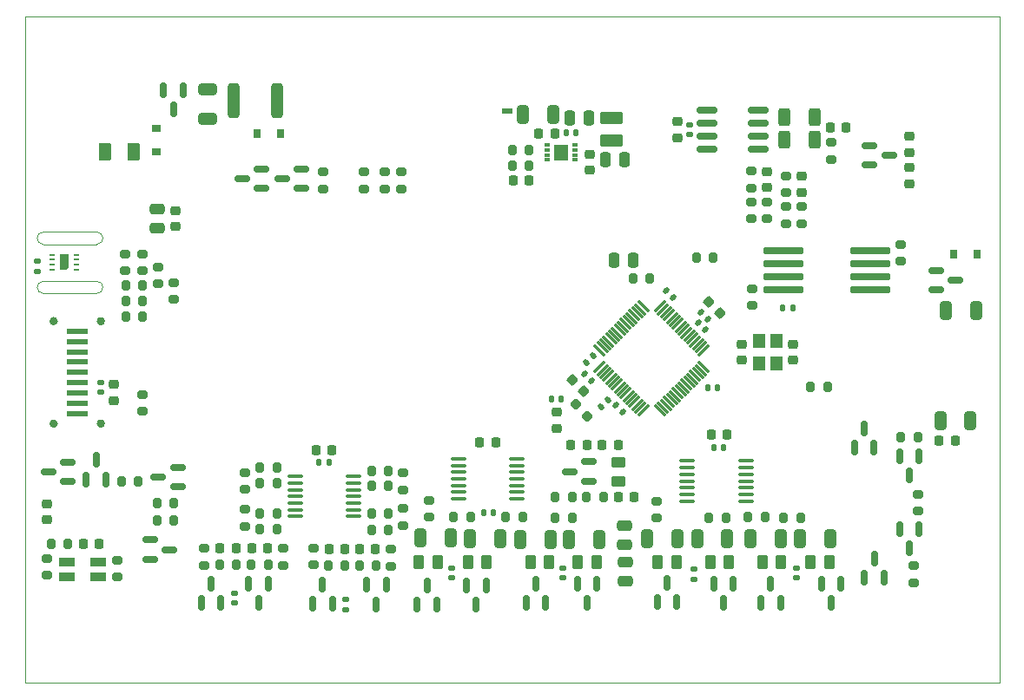
<source format=gbr>
%TF.GenerationSoftware,KiCad,Pcbnew,6.0.7-f9a2dced07~116~ubuntu20.04.1*%
%TF.CreationDate,2022-09-20T15:31:05-04:00*%
%TF.ProjectId,CAN-Acquisition-Module,43414e2d-4163-4717-9569-736974696f6e,rev?*%
%TF.SameCoordinates,Original*%
%TF.FileFunction,Paste,Top*%
%TF.FilePolarity,Positive*%
%FSLAX46Y46*%
G04 Gerber Fmt 4.6, Leading zero omitted, Abs format (unit mm)*
G04 Created by KiCad (PCBNEW 6.0.7-f9a2dced07~116~ubuntu20.04.1) date 2022-09-20 15:31:05*
%MOMM*%
%LPD*%
G01*
G04 APERTURE LIST*
G04 Aperture macros list*
%AMRoundRect*
0 Rectangle with rounded corners*
0 $1 Rounding radius*
0 $2 $3 $4 $5 $6 $7 $8 $9 X,Y pos of 4 corners*
0 Add a 4 corners polygon primitive as box body*
4,1,4,$2,$3,$4,$5,$6,$7,$8,$9,$2,$3,0*
0 Add four circle primitives for the rounded corners*
1,1,$1+$1,$2,$3*
1,1,$1+$1,$4,$5*
1,1,$1+$1,$6,$7*
1,1,$1+$1,$8,$9*
0 Add four rect primitives between the rounded corners*
20,1,$1+$1,$2,$3,$4,$5,0*
20,1,$1+$1,$4,$5,$6,$7,0*
20,1,$1+$1,$6,$7,$8,$9,0*
20,1,$1+$1,$8,$9,$2,$3,0*%
%AMFreePoly0*
4,1,6,0.450000,-0.800000,-0.450000,-0.800000,-0.450000,0.530000,-0.180000,0.800000,0.450000,0.800000,0.450000,-0.800000,0.450000,-0.800000,$1*%
G04 Aperture macros list end*
%TA.AperFunction,Profile*%
%ADD10C,0.100000*%
%TD*%
%ADD11C,0.400000*%
%ADD12RoundRect,0.250000X-0.325000X-0.650000X0.325000X-0.650000X0.325000X0.650000X-0.325000X0.650000X0*%
%ADD13RoundRect,0.200000X0.275000X-0.200000X0.275000X0.200000X-0.275000X0.200000X-0.275000X-0.200000X0*%
%ADD14RoundRect,0.200000X-0.200000X-0.275000X0.200000X-0.275000X0.200000X0.275000X-0.200000X0.275000X0*%
%ADD15RoundRect,0.140000X-0.140000X-0.170000X0.140000X-0.170000X0.140000X0.170000X-0.140000X0.170000X0*%
%ADD16RoundRect,0.200000X-0.275000X0.200000X-0.275000X-0.200000X0.275000X-0.200000X0.275000X0.200000X0*%
%ADD17RoundRect,0.200000X0.200000X0.275000X-0.200000X0.275000X-0.200000X-0.275000X0.200000X-0.275000X0*%
%ADD18RoundRect,0.140000X0.170000X-0.140000X0.170000X0.140000X-0.170000X0.140000X-0.170000X-0.140000X0*%
%ADD19RoundRect,0.140000X0.140000X0.170000X-0.140000X0.170000X-0.140000X-0.170000X0.140000X-0.170000X0*%
%ADD20RoundRect,0.150000X0.150000X-0.587500X0.150000X0.587500X-0.150000X0.587500X-0.150000X-0.587500X0*%
%ADD21RoundRect,0.225000X-0.225000X-0.250000X0.225000X-0.250000X0.225000X0.250000X-0.225000X0.250000X0*%
%ADD22RoundRect,0.250000X-0.312500X-0.625000X0.312500X-0.625000X0.312500X0.625000X-0.312500X0.625000X0*%
%ADD23RoundRect,0.150000X-0.150000X0.587500X-0.150000X-0.587500X0.150000X-0.587500X0.150000X0.587500X0*%
%ADD24RoundRect,0.150000X0.587500X0.150000X-0.587500X0.150000X-0.587500X-0.150000X0.587500X-0.150000X0*%
%ADD25RoundRect,0.250000X0.250000X0.475000X-0.250000X0.475000X-0.250000X-0.475000X0.250000X-0.475000X0*%
%ADD26RoundRect,0.225000X0.225000X0.250000X-0.225000X0.250000X-0.225000X-0.250000X0.225000X-0.250000X0*%
%ADD27RoundRect,0.250000X0.375000X0.625000X-0.375000X0.625000X-0.375000X-0.625000X0.375000X-0.625000X0*%
%ADD28RoundRect,0.225000X0.250000X-0.225000X0.250000X0.225000X-0.250000X0.225000X-0.250000X-0.225000X0*%
%ADD29RoundRect,0.250000X0.325000X0.650000X-0.325000X0.650000X-0.325000X-0.650000X0.325000X-0.650000X0*%
%ADD30RoundRect,0.250000X-0.475000X0.250000X-0.475000X-0.250000X0.475000X-0.250000X0.475000X0.250000X0*%
%ADD31R,0.900000X0.800000*%
%ADD32RoundRect,0.225000X-0.250000X0.225000X-0.250000X-0.225000X0.250000X-0.225000X0.250000X0.225000X0*%
%ADD33R,0.550000X0.300000*%
%ADD34R,1.400000X1.600000*%
%ADD35RoundRect,0.218750X-0.335876X-0.026517X-0.026517X-0.335876X0.335876X0.026517X0.026517X0.335876X0*%
%ADD36RoundRect,0.150000X-0.587500X-0.150000X0.587500X-0.150000X0.587500X0.150000X-0.587500X0.150000X0*%
%ADD37RoundRect,0.140000X-0.021213X0.219203X-0.219203X0.021213X0.021213X-0.219203X0.219203X-0.021213X0*%
%ADD38RoundRect,0.218750X0.256250X-0.218750X0.256250X0.218750X-0.256250X0.218750X-0.256250X-0.218750X0*%
%ADD39RoundRect,0.250000X0.475000X-0.250000X0.475000X0.250000X-0.475000X0.250000X-0.475000X-0.250000X0*%
%ADD40RoundRect,0.140000X-0.219203X-0.021213X-0.021213X-0.219203X0.219203X0.021213X0.021213X0.219203X0*%
%ADD41R,1.500000X0.900000*%
%ADD42RoundRect,0.100000X0.637500X0.100000X-0.637500X0.100000X-0.637500X-0.100000X0.637500X-0.100000X0*%
%ADD43RoundRect,0.250000X0.450000X-0.262500X0.450000X0.262500X-0.450000X0.262500X-0.450000X-0.262500X0*%
%ADD44RoundRect,0.250000X-0.262500X-0.450000X0.262500X-0.450000X0.262500X0.450000X-0.262500X0.450000X0*%
%ADD45RoundRect,0.225000X-0.335876X-0.017678X-0.017678X-0.335876X0.335876X0.017678X0.017678X0.335876X0*%
%ADD46RoundRect,0.150000X-0.825000X-0.150000X0.825000X-0.150000X0.825000X0.150000X-0.825000X0.150000X0*%
%ADD47RoundRect,0.250000X0.850000X-0.375000X0.850000X0.375000X-0.850000X0.375000X-0.850000X-0.375000X0*%
%ADD48RoundRect,0.218750X-0.218750X-0.256250X0.218750X-0.256250X0.218750X0.256250X-0.218750X0.256250X0*%
%ADD49RoundRect,0.250000X-0.650000X0.325000X-0.650000X-0.325000X0.650000X-0.325000X0.650000X0.325000X0*%
%ADD50RoundRect,0.150000X1.837500X0.150000X-1.837500X0.150000X-1.837500X-0.150000X1.837500X-0.150000X0*%
%ADD51RoundRect,0.250000X0.262500X0.450000X-0.262500X0.450000X-0.262500X-0.450000X0.262500X-0.450000X0*%
%ADD52R,2.000000X0.500000*%
%ADD53R,0.500000X0.500000*%
%ADD54RoundRect,0.140000X-0.170000X0.140000X-0.170000X-0.140000X0.170000X-0.140000X0.170000X0.140000X0*%
%ADD55FreePoly0,180.000000*%
%ADD56R,0.550000X0.250000*%
%ADD57RoundRect,0.250000X-0.312500X-1.450000X0.312500X-1.450000X0.312500X1.450000X-0.312500X1.450000X0*%
%ADD58R,0.800000X0.900000*%
%ADD59R,1.200000X1.400000*%
%ADD60RoundRect,0.218750X-0.256250X0.218750X-0.256250X-0.218750X0.256250X-0.218750X0.256250X0.218750X0*%
%ADD61RoundRect,0.140000X0.219203X0.021213X0.021213X0.219203X-0.219203X-0.021213X-0.021213X-0.219203X0*%
%ADD62RoundRect,0.062500X0.530330X-0.441942X-0.441942X0.530330X-0.530330X0.441942X0.441942X-0.530330X0*%
%ADD63RoundRect,0.062500X0.530330X0.441942X0.441942X0.530330X-0.530330X-0.441942X-0.441942X-0.530330X0*%
G04 APERTURE END LIST*
D10*
X27000000Y-52000000D02*
X21800000Y-52000000D01*
X21800000Y-50800000D02*
G75*
G03*
X21800000Y-52000000I0J-600000D01*
G01*
X20000000Y-90000000D02*
X115000000Y-90000000D01*
X115000000Y-90000000D02*
X115000000Y-25000000D01*
X115000000Y-25000000D02*
X20000000Y-25000000D01*
X20000000Y-25000000D02*
X20000000Y-90000000D01*
X21800000Y-46000000D02*
G75*
G03*
X21800000Y-47200000I0J-600000D01*
G01*
X21800000Y-46000000D02*
X27000000Y-46000000D01*
X27000000Y-47200000D02*
X21800000Y-47200000D01*
X27000000Y-52000000D02*
G75*
G03*
X27000000Y-50800000I0J600000D01*
G01*
X21800000Y-50800000D02*
X27000000Y-50800000D01*
X27000000Y-47200000D02*
G75*
G03*
X27000000Y-46000000I0J600000D01*
G01*
%TO.C,U10*%
D11*
X23000000Y-64700000D02*
G75*
G03*
X23000000Y-64700000I-200000J0D01*
G01*
X23000000Y-54700000D02*
G75*
G03*
X23000000Y-54700000I-200000J0D01*
G01*
X27600000Y-54700000D02*
G75*
G03*
X27600000Y-54700000I-200000J0D01*
G01*
X27600000Y-64700000D02*
G75*
G03*
X27600000Y-64700000I-200000J0D01*
G01*
%TD*%
D12*
%TO.C,C46*%
X90737500Y-75900000D03*
X93687500Y-75900000D03*
%TD*%
D13*
%TO.C,R50*%
X32954000Y-51051000D03*
X32954000Y-49401000D03*
%TD*%
D12*
%TO.C,C68*%
X58575000Y-75848400D03*
X61525000Y-75848400D03*
%TD*%
D14*
%TO.C,R78*%
X61775000Y-73800000D03*
X63425000Y-73800000D03*
%TD*%
D15*
%TO.C,C17*%
X71330000Y-62310000D03*
X72290000Y-62310000D03*
%TD*%
D16*
%TO.C,R62*%
X41450000Y-69475000D03*
X41450000Y-71125000D03*
%TD*%
D14*
%TO.C,R34*%
X93975000Y-73900000D03*
X95625000Y-73900000D03*
%TD*%
D17*
%TO.C,R71*%
X55425000Y-75100000D03*
X53775000Y-75100000D03*
%TD*%
D18*
%TO.C,C54*%
X61600000Y-79780000D03*
X61600000Y-78820000D03*
%TD*%
D17*
%TO.C,R16*%
X80910000Y-50500000D03*
X79260000Y-50500000D03*
%TD*%
D19*
%TO.C,C62*%
X65680000Y-73350000D03*
X64720000Y-73350000D03*
%TD*%
D13*
%TO.C,R13*%
X90900000Y-53175000D03*
X90900000Y-51525000D03*
%TD*%
D16*
%TO.C,R80*%
X59400000Y-72175000D03*
X59400000Y-73825000D03*
%TD*%
D20*
%TO.C,D28*%
X58250000Y-82337500D03*
X60150000Y-82337500D03*
X59200000Y-80462500D03*
%TD*%
D14*
%TO.C,R58*%
X49565000Y-78555000D03*
X51215000Y-78555000D03*
%TD*%
D16*
%TO.C,R5*%
X106600000Y-78575000D03*
X106600000Y-80225000D03*
%TD*%
D18*
%TO.C,C53*%
X95212500Y-79780000D03*
X95212500Y-78820000D03*
%TD*%
D21*
%TO.C,C5*%
X109125000Y-66400000D03*
X110675000Y-66400000D03*
%TD*%
D22*
%TO.C,R17*%
X94037500Y-37000000D03*
X96962500Y-37000000D03*
%TD*%
D23*
%TO.C,D16*%
X89050000Y-80362500D03*
X87150000Y-80362500D03*
X88100000Y-82237500D03*
%TD*%
D24*
%TO.C,D19*%
X43035500Y-41750000D03*
X43035500Y-39850000D03*
X41160500Y-40800000D03*
%TD*%
D17*
%TO.C,R15*%
X87125000Y-48500000D03*
X85475000Y-48500000D03*
%TD*%
D25*
%TO.C,C12*%
X75000000Y-34850000D03*
X73100000Y-34850000D03*
%TD*%
D16*
%TO.C,R61*%
X56850000Y-69525000D03*
X56850000Y-71175000D03*
%TD*%
D26*
%TO.C,C19*%
X74775000Y-66800000D03*
X73225000Y-66800000D03*
%TD*%
D24*
%TO.C,D20*%
X46972500Y-41750000D03*
X46972500Y-39850000D03*
X45097500Y-40800000D03*
%TD*%
D27*
%TO.C,F1*%
X30630000Y-38134000D03*
X27830000Y-38134000D03*
%TD*%
D23*
%TO.C,D25*%
X75750000Y-80362500D03*
X73850000Y-80362500D03*
X74800000Y-82237500D03*
%TD*%
D28*
%TO.C,C36*%
X83600000Y-36775000D03*
X83600000Y-35225000D03*
%TD*%
D29*
%TO.C,C66*%
X66325000Y-75950000D03*
X63375000Y-75950000D03*
%TD*%
D25*
%TO.C,C13*%
X78450000Y-38910000D03*
X76550000Y-38910000D03*
%TD*%
D26*
%TO.C,C55*%
X54185000Y-76985000D03*
X52635000Y-76985000D03*
%TD*%
D28*
%TO.C,C39*%
X95700000Y-42125000D03*
X95700000Y-40575000D03*
%TD*%
D18*
%TO.C,C63*%
X72400000Y-79780000D03*
X72400000Y-78820000D03*
%TD*%
D21*
%TO.C,C58*%
X39025000Y-76900000D03*
X40575000Y-76900000D03*
%TD*%
D15*
%TO.C,C20*%
X86550000Y-61160000D03*
X87510000Y-61160000D03*
%TD*%
D30*
%TO.C,C1*%
X78450000Y-74650000D03*
X78450000Y-76550000D03*
%TD*%
D31*
%TO.C,D1*%
X32780000Y-35884000D03*
X32780000Y-38184000D03*
%TD*%
D32*
%TO.C,C59*%
X28636000Y-60881000D03*
X28636000Y-62431000D03*
%TD*%
D28*
%TO.C,C38*%
X92300000Y-41650000D03*
X92300000Y-40100000D03*
%TD*%
D24*
%TO.C,D11*%
X24175000Y-70350000D03*
X24175000Y-68450000D03*
X22300000Y-69400000D03*
%TD*%
D16*
%TO.C,R14*%
X105400000Y-47225000D03*
X105400000Y-48875000D03*
%TD*%
D33*
%TO.C,U2*%
X70872500Y-37470000D03*
X70872500Y-37970000D03*
X70872500Y-38470000D03*
X70872500Y-38970000D03*
X73622500Y-38970000D03*
X73622500Y-38470000D03*
X73622500Y-37970000D03*
X73622500Y-37470000D03*
D34*
X72247500Y-38220000D03*
%TD*%
D18*
%TO.C,C43*%
X51250000Y-82855000D03*
X51250000Y-81895000D03*
%TD*%
D35*
%TO.C,L5*%
X73693153Y-62843153D03*
X74806847Y-63956847D03*
%TD*%
D20*
%TO.C,D23*%
X48060000Y-82302500D03*
X49960000Y-82302500D03*
X49010000Y-80427500D03*
%TD*%
D36*
%TO.C,D14*%
X32187250Y-76055250D03*
X32187250Y-77955250D03*
X34062250Y-77005250D03*
%TD*%
D23*
%TO.C,D3*%
X35429000Y-32170500D03*
X33529000Y-32170500D03*
X34479000Y-34045500D03*
%TD*%
D20*
%TO.C,D18*%
X81650000Y-82137500D03*
X83550000Y-82137500D03*
X82600000Y-80262500D03*
%TD*%
D14*
%TO.C,R81*%
X66875000Y-73822600D03*
X68525000Y-73822600D03*
%TD*%
D37*
%TO.C,C21*%
X76839411Y-62360589D03*
X76160589Y-63039411D03*
%TD*%
D18*
%TO.C,C64*%
X85200000Y-79880000D03*
X85200000Y-78920000D03*
%TD*%
D21*
%TO.C,C33*%
X98525000Y-35800000D03*
X100075000Y-35800000D03*
%TD*%
D16*
%TO.C,R51*%
X34478000Y-50925000D03*
X34478000Y-52575000D03*
%TD*%
D13*
%TO.C,R60*%
X56850000Y-74625000D03*
X56850000Y-72975000D03*
%TD*%
%TO.C,R52*%
X48110000Y-78470000D03*
X48110000Y-76820000D03*
%TD*%
D38*
%TO.C,L6*%
X22185000Y-74107500D03*
X22185000Y-72532500D03*
%TD*%
D23*
%TO.C,D5*%
X107150000Y-67862500D03*
X105250000Y-67862500D03*
X106200000Y-69737500D03*
%TD*%
D17*
%TO.C,R68*%
X55425000Y-69300000D03*
X53775000Y-69300000D03*
%TD*%
D14*
%TO.C,R10*%
X22530000Y-76400000D03*
X24180000Y-76400000D03*
%TD*%
D19*
%TO.C,C41*%
X88130000Y-67000000D03*
X87170000Y-67000000D03*
%TD*%
D28*
%TO.C,C34*%
X106250000Y-41275000D03*
X106250000Y-39725000D03*
%TD*%
D39*
%TO.C,C2*%
X78500000Y-80100000D03*
X78500000Y-78200000D03*
%TD*%
D24*
%TO.C,D12*%
X34897500Y-70850000D03*
X34897500Y-68950000D03*
X33022500Y-69900000D03*
%TD*%
D14*
%TO.C,R26*%
X29412500Y-70330000D03*
X31062500Y-70330000D03*
%TD*%
D18*
%TO.C,C37*%
X84800000Y-36480000D03*
X84800000Y-35520000D03*
%TD*%
D14*
%TO.C,R65*%
X53775000Y-70800000D03*
X55425000Y-70800000D03*
%TD*%
D40*
%TO.C,C25*%
X74560589Y-59860589D03*
X75239411Y-60539411D03*
%TD*%
D28*
%TO.C,C9*%
X75050000Y-39975000D03*
X75050000Y-38425000D03*
%TD*%
D23*
%TO.C,D26*%
X64950000Y-80462500D03*
X63050000Y-80462500D03*
X64000000Y-82337500D03*
%TD*%
D16*
%TO.C,R25*%
X95700000Y-43545000D03*
X95700000Y-45195000D03*
%TD*%
D24*
%TO.C,U1*%
X74957500Y-70330000D03*
X74957500Y-68430000D03*
X73082500Y-69380000D03*
%TD*%
D16*
%TO.C,R40*%
X53020000Y-40130000D03*
X53020000Y-41780000D03*
%TD*%
D41*
%TO.C,D7*%
X27150000Y-78240000D03*
X27150000Y-79640000D03*
X24050000Y-78240000D03*
X24050000Y-79640000D03*
%TD*%
D42*
%TO.C,U11*%
X67962500Y-72050000D03*
X67962500Y-71400000D03*
X67962500Y-70750000D03*
X67962500Y-70100000D03*
X67962500Y-69450000D03*
X67962500Y-68800000D03*
X67962500Y-68150000D03*
X62237500Y-68150000D03*
X62237500Y-68800000D03*
X62237500Y-69450000D03*
X62237500Y-70100000D03*
X62237500Y-70750000D03*
X62237500Y-71400000D03*
X62237500Y-72050000D03*
%TD*%
D21*
%TO.C,C8*%
X70085000Y-36400000D03*
X71635000Y-36400000D03*
%TD*%
D16*
%TO.C,R6*%
X107100000Y-71575000D03*
X107100000Y-73225000D03*
%TD*%
D43*
%TO.C,R1*%
X77850000Y-70312500D03*
X77850000Y-68487500D03*
%TD*%
D32*
%TO.C,C35*%
X106250000Y-36675000D03*
X106250000Y-38225000D03*
%TD*%
D44*
%TO.C,R75*%
X63187500Y-78251600D03*
X65012500Y-78251600D03*
%TD*%
D42*
%TO.C,U6*%
X90262500Y-72250000D03*
X90262500Y-71600000D03*
X90262500Y-70950000D03*
X90262500Y-70300000D03*
X90262500Y-69650000D03*
X90262500Y-69000000D03*
X90262500Y-68350000D03*
X84537500Y-68350000D03*
X84537500Y-69000000D03*
X84537500Y-69650000D03*
X84537500Y-70300000D03*
X84537500Y-70950000D03*
X84537500Y-71600000D03*
X84537500Y-72250000D03*
%TD*%
D30*
%TO.C,C48*%
X32900000Y-43750000D03*
X32900000Y-45650000D03*
%TD*%
D44*
%TO.C,R74*%
X73887500Y-78200000D03*
X75712500Y-78200000D03*
%TD*%
D14*
%TO.C,R7*%
X96575000Y-61100000D03*
X98225000Y-61100000D03*
%TD*%
D45*
%TO.C,C23*%
X73401992Y-60401992D03*
X74498008Y-61498008D03*
%TD*%
D19*
%TO.C,C14*%
X73730000Y-36300000D03*
X72770000Y-36300000D03*
%TD*%
D36*
%TO.C,D10*%
X102362500Y-37550000D03*
X102362500Y-39450000D03*
X104237500Y-38500000D03*
%TD*%
D46*
%TO.C,U5*%
X86525000Y-34095000D03*
X86525000Y-35365000D03*
X86525000Y-36635000D03*
X86525000Y-37905000D03*
X91475000Y-37905000D03*
X91475000Y-36635000D03*
X91475000Y-35365000D03*
X91475000Y-34095000D03*
%TD*%
D13*
%TO.C,R63*%
X41450000Y-74725000D03*
X41450000Y-73075000D03*
%TD*%
D14*
%TO.C,R70*%
X42925000Y-75000000D03*
X44575000Y-75000000D03*
%TD*%
D16*
%TO.C,R22*%
X92300000Y-43050000D03*
X92300000Y-44700000D03*
%TD*%
D29*
%TO.C,C45*%
X88475000Y-75950000D03*
X85525000Y-75950000D03*
%TD*%
D47*
%TO.C,L3*%
X77180000Y-37035000D03*
X77180000Y-34885000D03*
%TD*%
D48*
%TO.C,L1*%
X76262500Y-66800000D03*
X77837500Y-66800000D03*
%TD*%
D49*
%TO.C,C3*%
X37779000Y-32033000D03*
X37779000Y-34983000D03*
%TD*%
D40*
%TO.C,C26*%
X77635589Y-62885589D03*
X78314411Y-63564411D03*
%TD*%
D50*
%TO.C,U4*%
X102387500Y-51605000D03*
X102387500Y-50335000D03*
X102387500Y-49065000D03*
X102387500Y-47795000D03*
X93912500Y-47795000D03*
X93912500Y-49065000D03*
X93912500Y-50335000D03*
X93912500Y-51605000D03*
%TD*%
D12*
%TO.C,C47*%
X80625000Y-75950000D03*
X83575000Y-75950000D03*
%TD*%
D51*
%TO.C,R32*%
X83512500Y-78200000D03*
X81687500Y-78200000D03*
%TD*%
D16*
%TO.C,R35*%
X81600000Y-72275000D03*
X81600000Y-73925000D03*
%TD*%
D52*
%TO.C,U10*%
X25100000Y-55700000D03*
X25100000Y-56700000D03*
X25100000Y-57700000D03*
X25100000Y-58700000D03*
X25100000Y-59700000D03*
X25100000Y-60700000D03*
X25100000Y-61700000D03*
X25100000Y-62700000D03*
X25100000Y-63700000D03*
%TD*%
D17*
%TO.C,R2*%
X76400000Y-71900000D03*
X74750000Y-71900000D03*
%TD*%
D44*
%TO.C,R29*%
X96600000Y-78200000D03*
X98425000Y-78200000D03*
%TD*%
D17*
%TO.C,R3*%
X73325000Y-71900000D03*
X71675000Y-71900000D03*
%TD*%
%TO.C,R36*%
X92137500Y-73850000D03*
X90487500Y-73850000D03*
%TD*%
D14*
%TO.C,R33*%
X86675000Y-73900000D03*
X88325000Y-73900000D03*
%TD*%
D32*
%TO.C,C30*%
X89900000Y-56925000D03*
X89900000Y-58475000D03*
%TD*%
D14*
%TO.C,R27*%
X32860000Y-74120000D03*
X34510000Y-74120000D03*
%TD*%
%TO.C,R79*%
X71675000Y-73900000D03*
X73325000Y-73900000D03*
%TD*%
D20*
%TO.C,D24*%
X37180000Y-82212500D03*
X39080000Y-82212500D03*
X38130000Y-80337500D03*
%TD*%
D13*
%TO.C,R45*%
X29779000Y-49781000D03*
X29779000Y-48131000D03*
%TD*%
%TO.C,R44*%
X31430000Y-49781000D03*
X31430000Y-48131000D03*
%TD*%
D17*
%TO.C,R37*%
X31493000Y-52766000D03*
X29843000Y-52766000D03*
%TD*%
%TO.C,R66*%
X44575000Y-70550000D03*
X42925000Y-70550000D03*
%TD*%
D42*
%TO.C,U9*%
X52042500Y-73750000D03*
X52042500Y-73100000D03*
X52042500Y-72450000D03*
X52042500Y-71800000D03*
X52042500Y-71150000D03*
X52042500Y-70500000D03*
X52042500Y-69850000D03*
X46317500Y-69850000D03*
X46317500Y-70500000D03*
X46317500Y-71150000D03*
X46317500Y-71800000D03*
X46317500Y-72450000D03*
X46317500Y-73100000D03*
X46317500Y-73750000D03*
%TD*%
D23*
%TO.C,D15*%
X99562500Y-80362500D03*
X97662500Y-80362500D03*
X98612500Y-82237500D03*
%TD*%
D13*
%TO.C,R19*%
X90780000Y-44700000D03*
X90780000Y-43050000D03*
%TD*%
D53*
%TO.C,NT1*%
X66790000Y-34200000D03*
X67290000Y-34200000D03*
%TD*%
D54*
%TO.C,C50*%
X21200000Y-48857000D03*
X21200000Y-49817000D03*
%TD*%
D29*
%TO.C,C10*%
X112700000Y-53700000D03*
X109750000Y-53700000D03*
%TD*%
D40*
%TO.C,C28*%
X85910589Y-53810589D03*
X86589411Y-54489411D03*
%TD*%
D14*
%TO.C,R64*%
X53775000Y-73500000D03*
X55425000Y-73500000D03*
%TD*%
D23*
%TO.C,D4*%
X107150000Y-74962500D03*
X105250000Y-74962500D03*
X106200000Y-76837500D03*
%TD*%
D17*
%TO.C,R67*%
X44575000Y-73450000D03*
X42925000Y-73450000D03*
%TD*%
D37*
%TO.C,C22*%
X75389411Y-58060589D03*
X74710589Y-58739411D03*
%TD*%
D26*
%TO.C,C61*%
X65875000Y-66550000D03*
X64325000Y-66550000D03*
%TD*%
D29*
%TO.C,C65*%
X75975000Y-75990000D03*
X73025000Y-75990000D03*
%TD*%
D14*
%TO.C,R69*%
X42925000Y-69000000D03*
X44575000Y-69000000D03*
%TD*%
D17*
%TO.C,R57*%
X43725000Y-78450000D03*
X42075000Y-78450000D03*
%TD*%
D13*
%TO.C,R72*%
X31430000Y-63497000D03*
X31430000Y-61847000D03*
%TD*%
D26*
%TO.C,C51*%
X49945000Y-67300000D03*
X48395000Y-67300000D03*
%TD*%
D55*
%TO.C,U8*%
X23810000Y-48956000D03*
D56*
X24985000Y-49706000D03*
X24985000Y-49206000D03*
X24985000Y-48706000D03*
X24985000Y-48206000D03*
X22635000Y-48206000D03*
X22635000Y-48706000D03*
X22635000Y-49206000D03*
X22635000Y-49706000D03*
%TD*%
D16*
%TO.C,R12*%
X29000000Y-78015000D03*
X29000000Y-79665000D03*
%TD*%
%TO.C,R11*%
X22155000Y-77875000D03*
X22155000Y-79525000D03*
%TD*%
D13*
%TO.C,R23*%
X94200000Y-45195000D03*
X94200000Y-43545000D03*
%TD*%
D21*
%TO.C,C57*%
X49635000Y-76985000D03*
X51185000Y-76985000D03*
%TD*%
D57*
%TO.C,L2*%
X40341500Y-33208000D03*
X44616500Y-33208000D03*
%TD*%
D14*
%TO.C,R38*%
X29843000Y-54290000D03*
X31493000Y-54290000D03*
%TD*%
D17*
%TO.C,R39*%
X31493000Y-51242000D03*
X29843000Y-51242000D03*
%TD*%
D15*
%TO.C,C32*%
X93880000Y-53410000D03*
X94840000Y-53410000D03*
%TD*%
D16*
%TO.C,R21*%
X98560000Y-37245000D03*
X98560000Y-38895000D03*
%TD*%
D32*
%TO.C,C49*%
X34650000Y-43925000D03*
X34650000Y-45475000D03*
%TD*%
D36*
%TO.C,Q1*%
X108837500Y-49750000D03*
X108837500Y-51650000D03*
X110712500Y-50700000D03*
%TD*%
D12*
%TO.C,C67*%
X68325000Y-75990000D03*
X71275000Y-75990000D03*
%TD*%
D13*
%TO.C,R20*%
X90780000Y-41700000D03*
X90780000Y-40050000D03*
%TD*%
D14*
%TO.C,R28*%
X32880000Y-72500000D03*
X34530000Y-72500000D03*
%TD*%
D26*
%TO.C,C40*%
X88475000Y-65750000D03*
X86925000Y-65750000D03*
%TD*%
D51*
%TO.C,R31*%
X93725000Y-78200000D03*
X91900000Y-78200000D03*
%TD*%
D17*
%TO.C,R56*%
X54245000Y-78545000D03*
X52595000Y-78545000D03*
%TD*%
D26*
%TO.C,C56*%
X43675000Y-76900000D03*
X42125000Y-76900000D03*
%TD*%
D20*
%TO.C,D9*%
X100850000Y-67062500D03*
X102750000Y-67062500D03*
X101800000Y-65187500D03*
%TD*%
D25*
%TO.C,C31*%
X79335000Y-48750000D03*
X77435000Y-48750000D03*
%TD*%
D14*
%TO.C,R59*%
X38975000Y-78450000D03*
X40625000Y-78450000D03*
%TD*%
D13*
%TO.C,R24*%
X94190000Y-42175000D03*
X94190000Y-40525000D03*
%TD*%
D17*
%TO.C,R4*%
X107025000Y-66000000D03*
X105375000Y-66000000D03*
%TD*%
D58*
%TO.C,D2*%
X42599000Y-36383000D03*
X44899000Y-36383000D03*
%TD*%
D13*
%TO.C,R55*%
X45200000Y-78525000D03*
X45200000Y-76875000D03*
%TD*%
D58*
%TO.C,D6*%
X112862500Y-48200000D03*
X110562500Y-48200000D03*
%TD*%
D16*
%TO.C,R43*%
X55052000Y-40130000D03*
X55052000Y-41780000D03*
%TD*%
D17*
%TO.C,R9*%
X69175000Y-38000000D03*
X67525000Y-38000000D03*
%TD*%
D13*
%TO.C,R54*%
X37500000Y-78525000D03*
X37500000Y-76875000D03*
%TD*%
D14*
%TO.C,R8*%
X67525000Y-39500000D03*
X69175000Y-39500000D03*
%TD*%
D32*
%TO.C,C27*%
X94900000Y-56925000D03*
X94900000Y-58475000D03*
%TD*%
D21*
%TO.C,C11*%
X67575000Y-41000000D03*
X69125000Y-41000000D03*
%TD*%
D12*
%TO.C,C7*%
X68565000Y-34500000D03*
X71515000Y-34500000D03*
%TD*%
D54*
%TO.C,C60*%
X27366000Y-60676000D03*
X27366000Y-61636000D03*
%TD*%
D59*
%TO.C,Y1*%
X91550000Y-56600000D03*
X91550000Y-58800000D03*
X93250000Y-58800000D03*
X93250000Y-56600000D03*
%TD*%
D29*
%TO.C,C44*%
X98487500Y-75900000D03*
X95537500Y-75900000D03*
%TD*%
D20*
%TO.C,D8*%
X101850000Y-79737500D03*
X103750000Y-79737500D03*
X102800000Y-77862500D03*
%TD*%
D18*
%TO.C,C42*%
X40450000Y-82230000D03*
X40450000Y-81270000D03*
%TD*%
D13*
%TO.C,R53*%
X55700000Y-78600000D03*
X55700000Y-76950000D03*
%TD*%
D60*
%TO.C,L4*%
X71870000Y-63582500D03*
X71870000Y-65157500D03*
%TD*%
D44*
%TO.C,R30*%
X86787500Y-78200000D03*
X88612500Y-78200000D03*
%TD*%
D22*
%TO.C,R18*%
X94037500Y-34750000D03*
X96962500Y-34750000D03*
%TD*%
D23*
%TO.C,D21*%
X55210000Y-80447500D03*
X53310000Y-80447500D03*
X54260000Y-82322500D03*
%TD*%
D12*
%TO.C,C4*%
X109225000Y-64400000D03*
X112175000Y-64400000D03*
%TD*%
D51*
%TO.C,R77*%
X60212500Y-78200000D03*
X58387500Y-78200000D03*
%TD*%
D21*
%TO.C,C24*%
X77862500Y-71900000D03*
X79412500Y-71900000D03*
%TD*%
D19*
%TO.C,C52*%
X49630000Y-68520000D03*
X48670000Y-68520000D03*
%TD*%
D13*
%TO.C,R42*%
X56703000Y-41780000D03*
X56703000Y-40130000D03*
%TD*%
D26*
%TO.C,C15*%
X27230000Y-76400000D03*
X25680000Y-76400000D03*
%TD*%
D20*
%TO.C,D27*%
X68850000Y-82237500D03*
X70750000Y-82237500D03*
X69800000Y-80362500D03*
%TD*%
D23*
%TO.C,D22*%
X43720000Y-80297500D03*
X41820000Y-80297500D03*
X42770000Y-82172500D03*
%TD*%
D61*
%TO.C,C18*%
X83189411Y-52389411D03*
X82510589Y-51710589D03*
%TD*%
D45*
%TO.C,C29*%
X86651992Y-52801992D03*
X87748008Y-53898008D03*
%TD*%
D20*
%TO.C,D17*%
X91762500Y-82237500D03*
X93662500Y-82237500D03*
X92712500Y-80362500D03*
%TD*%
D40*
%TO.C,C16*%
X85610589Y-54860589D03*
X86289411Y-55539411D03*
%TD*%
D13*
%TO.C,R41*%
X49083000Y-41780000D03*
X49083000Y-40130000D03*
%TD*%
D62*
%TO.C,U3*%
X81930850Y-63423491D03*
X82213693Y-63140648D03*
X82496536Y-62857806D03*
X82779379Y-62574963D03*
X83062221Y-62292120D03*
X83345064Y-62009278D03*
X83627907Y-61726435D03*
X83910749Y-61443592D03*
X84193592Y-61160749D03*
X84476435Y-60877907D03*
X84759278Y-60595064D03*
X85042120Y-60312221D03*
X85324963Y-60029379D03*
X85607806Y-59746536D03*
X85890648Y-59463693D03*
X86173491Y-59180850D03*
D63*
X86173491Y-57519150D03*
X85890648Y-57236307D03*
X85607806Y-56953464D03*
X85324963Y-56670621D03*
X85042120Y-56387779D03*
X84759278Y-56104936D03*
X84476435Y-55822093D03*
X84193592Y-55539251D03*
X83910749Y-55256408D03*
X83627907Y-54973565D03*
X83345064Y-54690722D03*
X83062221Y-54407880D03*
X82779379Y-54125037D03*
X82496536Y-53842194D03*
X82213693Y-53559352D03*
X81930850Y-53276509D03*
D62*
X80269150Y-53276509D03*
X79986307Y-53559352D03*
X79703464Y-53842194D03*
X79420621Y-54125037D03*
X79137779Y-54407880D03*
X78854936Y-54690722D03*
X78572093Y-54973565D03*
X78289251Y-55256408D03*
X78006408Y-55539251D03*
X77723565Y-55822093D03*
X77440722Y-56104936D03*
X77157880Y-56387779D03*
X76875037Y-56670621D03*
X76592194Y-56953464D03*
X76309352Y-57236307D03*
X76026509Y-57519150D03*
D63*
X76026509Y-59180850D03*
X76309352Y-59463693D03*
X76592194Y-59746536D03*
X76875037Y-60029379D03*
X77157880Y-60312221D03*
X77440722Y-60595064D03*
X77723565Y-60877907D03*
X78006408Y-61160749D03*
X78289251Y-61443592D03*
X78572093Y-61726435D03*
X78854936Y-62009278D03*
X79137779Y-62292120D03*
X79420621Y-62574963D03*
X79703464Y-62857806D03*
X79986307Y-63140648D03*
X80269150Y-63423491D03*
%TD*%
D51*
%TO.C,R76*%
X71112500Y-78240000D03*
X69287500Y-78240000D03*
%TD*%
D20*
%TO.C,D13*%
X25987500Y-70137500D03*
X27887500Y-70137500D03*
X26937500Y-68262500D03*
%TD*%
M02*

</source>
